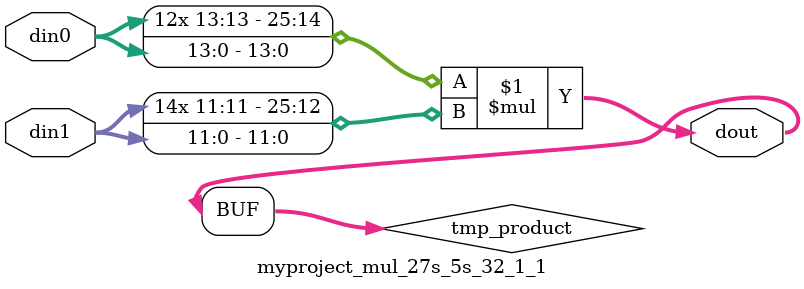
<source format=v>

`timescale 1 ns / 1 ps

 module myproject_mul_27s_5s_32_1_1(din0, din1, dout);
parameter ID = 1;
parameter NUM_STAGE = 0;
parameter din0_WIDTH = 14;
parameter din1_WIDTH = 12;
parameter dout_WIDTH = 26;

input [din0_WIDTH - 1 : 0] din0; 
input [din1_WIDTH - 1 : 0] din1; 
output [dout_WIDTH - 1 : 0] dout;

wire signed [dout_WIDTH - 1 : 0] tmp_product;



























assign tmp_product = $signed(din0) * $signed(din1);








assign dout = tmp_product;





















endmodule

</source>
